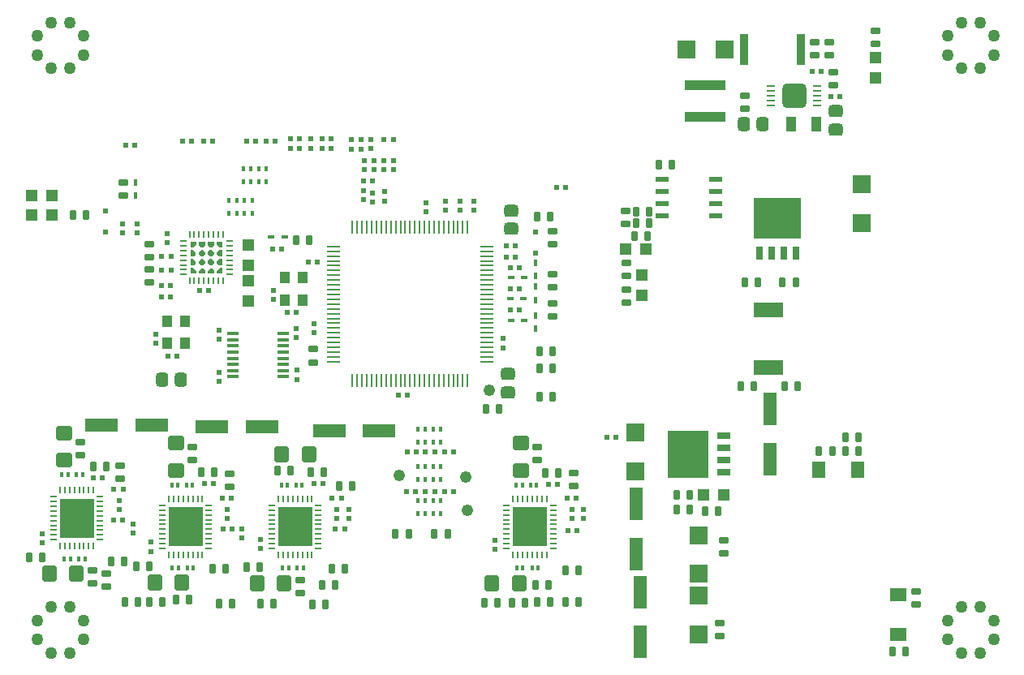
<source format=gtp>
G04 Layer_Color=8421504*
%FSLAX24Y24*%
%MOIN*%
G70*
G01*
G75*
%ADD91C,0.0500*%
G04:AMPARAMS|DCode=135|XSize=20mil|YSize=22mil|CornerRadius=3.4mil|HoleSize=0mil|Usage=FLASHONLY|Rotation=90.000|XOffset=0mil|YOffset=0mil|HoleType=Round|Shape=RoundedRectangle|*
%AMROUNDEDRECTD135*
21,1,0.0200,0.0152,0,0,90.0*
21,1,0.0132,0.0220,0,0,90.0*
1,1,0.0068,0.0076,0.0066*
1,1,0.0068,0.0076,-0.0066*
1,1,0.0068,-0.0076,-0.0066*
1,1,0.0068,-0.0076,0.0066*
%
%ADD135ROUNDEDRECTD135*%
G04:AMPARAMS|DCode=136|XSize=20mil|YSize=22mil|CornerRadius=3.4mil|HoleSize=0mil|Usage=FLASHONLY|Rotation=0.000|XOffset=0mil|YOffset=0mil|HoleType=Round|Shape=RoundedRectangle|*
%AMROUNDEDRECTD136*
21,1,0.0200,0.0152,0,0,0.0*
21,1,0.0132,0.0220,0,0,0.0*
1,1,0.0068,0.0066,-0.0076*
1,1,0.0068,-0.0066,-0.0076*
1,1,0.0068,-0.0066,0.0076*
1,1,0.0068,0.0066,0.0076*
%
%ADD136ROUNDEDRECTD136*%
%ADD137R,0.0180X0.0240*%
%ADD138R,0.0531X0.1319*%
G04:AMPARAMS|DCode=139|XSize=48mil|YSize=48mil|CornerRadius=24mil|HoleSize=0mil|Usage=FLASHONLY|Rotation=90.000|XOffset=0mil|YOffset=0mil|HoleType=Round|Shape=RoundedRectangle|*
%AMROUNDEDRECTD139*
21,1,0.0480,0.0000,0,0,90.0*
21,1,0.0000,0.0480,0,0,90.0*
1,1,0.0480,0.0000,0.0000*
1,1,0.0480,0.0000,0.0000*
1,1,0.0480,0.0000,0.0000*
1,1,0.0480,0.0000,0.0000*
%
%ADD139ROUNDEDRECTD139*%
G04:AMPARAMS|DCode=140|XSize=27.1mil|YSize=37.4mil|CornerRadius=4.8mil|HoleSize=0mil|Usage=FLASHONLY|Rotation=0.000|XOffset=0mil|YOffset=0mil|HoleType=Round|Shape=RoundedRectangle|*
%AMROUNDEDRECTD140*
21,1,0.0271,0.0277,0,0,0.0*
21,1,0.0175,0.0374,0,0,0.0*
1,1,0.0097,0.0087,-0.0139*
1,1,0.0097,-0.0087,-0.0139*
1,1,0.0097,-0.0087,0.0139*
1,1,0.0097,0.0087,0.0139*
%
%ADD140ROUNDEDRECTD140*%
G04:AMPARAMS|DCode=141|XSize=61mil|YSize=69mil|CornerRadius=14.8mil|HoleSize=0mil|Usage=FLASHONLY|Rotation=90.000|XOffset=0mil|YOffset=0mil|HoleType=Round|Shape=RoundedRectangle|*
%AMROUNDEDRECTD141*
21,1,0.0610,0.0395,0,0,90.0*
21,1,0.0315,0.0690,0,0,90.0*
1,1,0.0295,0.0198,0.0158*
1,1,0.0295,0.0198,-0.0158*
1,1,0.0295,-0.0198,-0.0158*
1,1,0.0295,-0.0198,0.0158*
%
%ADD141ROUNDEDRECTD141*%
G04:AMPARAMS|DCode=142|XSize=27.1mil|YSize=37.4mil|CornerRadius=4.8mil|HoleSize=0mil|Usage=FLASHONLY|Rotation=270.000|XOffset=0mil|YOffset=0mil|HoleType=Round|Shape=RoundedRectangle|*
%AMROUNDEDRECTD142*
21,1,0.0271,0.0277,0,0,270.0*
21,1,0.0175,0.0374,0,0,270.0*
1,1,0.0097,-0.0139,-0.0087*
1,1,0.0097,-0.0139,0.0087*
1,1,0.0097,0.0139,0.0087*
1,1,0.0097,0.0139,-0.0087*
%
%ADD142ROUNDEDRECTD142*%
%ADD143R,0.0118X0.0216*%
G04:AMPARAMS|DCode=144|XSize=61mil|YSize=69mil|CornerRadius=14.8mil|HoleSize=0mil|Usage=FLASHONLY|Rotation=180.000|XOffset=0mil|YOffset=0mil|HoleType=Round|Shape=RoundedRectangle|*
%AMROUNDEDRECTD144*
21,1,0.0610,0.0395,0,0,180.0*
21,1,0.0315,0.0690,0,0,180.0*
1,1,0.0295,-0.0158,0.0198*
1,1,0.0295,0.0158,0.0198*
1,1,0.0295,0.0158,-0.0198*
1,1,0.0295,-0.0158,-0.0198*
%
%ADD144ROUNDEDRECTD144*%
%ADD145R,0.1397X0.1594*%
%ADD146O,0.0078X0.0315*%
%ADD147O,0.0315X0.0078*%
%ADD148R,0.1319X0.0531*%
%ADD149R,0.1680X0.1950*%
%ADD150R,0.0540X0.0260*%
G04:AMPARAMS|DCode=151|XSize=50mil|YSize=58mil|CornerRadius=12mil|HoleSize=0mil|Usage=FLASHONLY|Rotation=270.000|XOffset=0mil|YOffset=0mil|HoleType=Round|Shape=RoundedRectangle|*
%AMROUNDEDRECTD151*
21,1,0.0500,0.0340,0,0,270.0*
21,1,0.0260,0.0580,0,0,270.0*
1,1,0.0240,-0.0170,-0.0130*
1,1,0.0240,-0.0170,0.0130*
1,1,0.0240,0.0170,0.0130*
1,1,0.0240,0.0170,-0.0130*
%
%ADD151ROUNDEDRECTD151*%
%ADD152R,0.0334X0.1279*%
%ADD153R,0.0220X0.0220*%
%ADD154R,0.0580X0.0100*%
%ADD155R,0.0100X0.0580*%
%ADD156R,0.0460X0.0460*%
%ADD157R,0.0460X0.0460*%
G04:AMPARAMS|DCode=158|XSize=9mil|YSize=29.5mil|CornerRadius=3.4mil|HoleSize=0mil|Usage=FLASHONLY|Rotation=180.000|XOffset=0mil|YOffset=0mil|HoleType=Round|Shape=RoundedRectangle|*
%AMROUNDEDRECTD158*
21,1,0.0090,0.0227,0,0,180.0*
21,1,0.0022,0.0295,0,0,180.0*
1,1,0.0068,-0.0011,0.0113*
1,1,0.0068,0.0011,0.0113*
1,1,0.0068,0.0011,-0.0113*
1,1,0.0068,-0.0011,-0.0113*
%
%ADD158ROUNDEDRECTD158*%
G04:AMPARAMS|DCode=159|XSize=9mil|YSize=29.5mil|CornerRadius=3.4mil|HoleSize=0mil|Usage=FLASHONLY|Rotation=270.000|XOffset=0mil|YOffset=0mil|HoleType=Round|Shape=RoundedRectangle|*
%AMROUNDEDRECTD159*
21,1,0.0090,0.0227,0,0,270.0*
21,1,0.0022,0.0295,0,0,270.0*
1,1,0.0068,-0.0113,-0.0011*
1,1,0.0068,-0.0113,0.0011*
1,1,0.0068,0.0113,0.0011*
1,1,0.0068,0.0113,-0.0011*
%
%ADD159ROUNDEDRECTD159*%
%ADD160R,0.0400X0.0500*%
%ADD161R,0.0260X0.0540*%
%ADD162R,0.1950X0.1680*%
G04:AMPARAMS|DCode=163|XSize=50mil|YSize=58mil|CornerRadius=12mil|HoleSize=0mil|Usage=FLASHONLY|Rotation=180.000|XOffset=0mil|YOffset=0mil|HoleType=Round|Shape=RoundedRectangle|*
%AMROUNDEDRECTD163*
21,1,0.0500,0.0340,0,0,180.0*
21,1,0.0260,0.0580,0,0,180.0*
1,1,0.0240,-0.0130,0.0170*
1,1,0.0240,0.0130,0.0170*
1,1,0.0240,0.0130,-0.0170*
1,1,0.0240,-0.0130,-0.0170*
%
%ADD163ROUNDEDRECTD163*%
%ADD164R,0.1240X0.0610*%
%ADD165R,0.0580X0.0220*%
%ADD166R,0.0770X0.0770*%
%ADD167R,0.0480X0.0130*%
%ADD168R,0.0260X0.0180*%
%ADD169R,0.0180X0.0260*%
%ADD170R,0.0523X0.0689*%
%ADD171R,0.0689X0.0523*%
%ADD172R,0.0413X0.0649*%
%ADD173R,0.0770X0.0770*%
%ADD174R,0.1653X0.0445*%
G04:AMPARAMS|DCode=175|XSize=103mil|YSize=103mil|CornerRadius=25.3mil|HoleSize=0mil|Usage=FLASHONLY|Rotation=180.000|XOffset=0mil|YOffset=0mil|HoleType=Round|Shape=RoundedRectangle|*
%AMROUNDEDRECTD175*
21,1,0.1030,0.0525,0,0,180.0*
21,1,0.0525,0.1030,0,0,180.0*
1,1,0.0505,-0.0263,0.0263*
1,1,0.0505,0.0263,0.0263*
1,1,0.0505,0.0263,-0.0263*
1,1,0.0505,-0.0263,-0.0263*
%
%ADD175ROUNDEDRECTD175*%
%ADD176R,0.0382X0.0098*%
G36*
X17751Y26574D02*
Y26441D01*
X17475D01*
Y26569D01*
X17574Y26667D01*
X17656D01*
X17751Y26574D01*
D02*
G37*
G36*
X18125D02*
Y26441D01*
X17849D01*
Y26569D01*
X17948Y26667D01*
X18030D01*
X18125Y26574D01*
D02*
G37*
G36*
X37279Y19899D02*
X36759D01*
Y19999D01*
X37279D01*
Y19899D01*
D02*
G37*
G36*
X17387Y26559D02*
Y26441D01*
X17141D01*
Y26687D01*
X17259D01*
X17387Y26559D01*
D02*
G37*
G36*
X18459Y26441D02*
X18213D01*
Y26559D01*
X18341Y26687D01*
X18459D01*
Y26441D01*
D02*
G37*
G36*
Y26775D02*
X18331D01*
X18233Y26874D01*
Y26962D01*
X18322Y27051D01*
X18459D01*
Y26775D01*
D02*
G37*
G36*
X17741Y26962D02*
Y26864D01*
X17662Y26785D01*
X17564D01*
X17475Y26874D01*
Y26952D01*
X17574Y27051D01*
X17652D01*
X17741Y26962D01*
D02*
G37*
G36*
X17367Y26952D02*
Y26870D01*
X17274Y26775D01*
X17141D01*
Y27051D01*
X17269D01*
X17367Y26952D01*
D02*
G37*
G36*
X18125Y26952D02*
Y26874D01*
X18026Y26775D01*
X17948D01*
X17859Y26864D01*
Y26962D01*
X17938Y27041D01*
X18036D01*
X18125Y26952D01*
D02*
G37*
G36*
X38417Y18435D02*
X38326D01*
Y18533D01*
X38369Y18577D01*
X38417D01*
Y18435D01*
D02*
G37*
G36*
X37039Y18915D02*
Y18766D01*
X36999Y18726D01*
X36759D01*
Y18951D01*
X37009D01*
X37039Y18915D01*
D02*
G37*
G36*
X37279Y18069D02*
X36759D01*
Y18179D01*
X37279D01*
Y18069D01*
D02*
G37*
G36*
X37039Y18537D02*
Y18388D01*
X36999Y18348D01*
X36759D01*
Y18573D01*
X37009D01*
X37039Y18537D01*
D02*
G37*
G36*
X38417Y18738D02*
X38366D01*
X38330Y18773D01*
Y18915D01*
X38366Y18951D01*
X38417D01*
Y18738D01*
D02*
G37*
G36*
X37039Y19669D02*
Y19519D01*
X36999Y19479D01*
X36759D01*
Y19699D01*
X36999D01*
X37039Y19669D01*
D02*
G37*
G36*
X38417Y19499D02*
X38369D01*
X38326Y19539D01*
Y19629D01*
X38417D01*
Y19499D01*
D02*
G37*
G36*
X37039Y19289D02*
Y19149D01*
X36999Y19109D01*
X36759D01*
Y19329D01*
X36999D01*
X37039Y19289D01*
D02*
G37*
G36*
X38417Y19119D02*
X38366D01*
X38330Y19159D01*
Y19299D01*
X38366Y19329D01*
X38417D01*
Y19119D01*
D02*
G37*
G36*
X41861Y27900D02*
X41731D01*
Y27947D01*
X41771Y27990D01*
X41861D01*
Y27900D01*
D02*
G37*
G36*
X40411Y29038D02*
X40301D01*
Y29558D01*
X40411D01*
Y29038D01*
D02*
G37*
G36*
X41183Y27951D02*
Y27900D01*
X40970D01*
Y27951D01*
X41005Y27986D01*
X41147D01*
X41183Y27951D01*
D02*
G37*
G36*
X41561D02*
Y27900D01*
X41351D01*
Y27951D01*
X41391Y27986D01*
X41531D01*
X41561Y27951D01*
D02*
G37*
G36*
X42231Y29038D02*
X42131D01*
Y29558D01*
X42231D01*
Y29038D01*
D02*
G37*
G36*
X41561Y29318D02*
X41521Y29278D01*
X41381D01*
X41341Y29318D01*
Y29558D01*
X41561D01*
Y29318D01*
D02*
G37*
G36*
X41931D02*
X41901Y29278D01*
X41751D01*
X41711Y29318D01*
Y29558D01*
X41931D01*
Y29318D01*
D02*
G37*
G36*
X40805Y29308D02*
X40769Y29278D01*
X40620D01*
X40580Y29318D01*
Y29558D01*
X40805D01*
Y29308D01*
D02*
G37*
G36*
X41183D02*
X41147Y29278D01*
X40998D01*
X40958Y29318D01*
Y29558D01*
X41183D01*
Y29308D01*
D02*
G37*
G36*
X18459Y27149D02*
X18331D01*
X18233Y27248D01*
Y27330D01*
X18326Y27425D01*
X18459D01*
Y27149D01*
D02*
G37*
G36*
X17741Y27336D02*
Y27238D01*
X17662Y27159D01*
X17564D01*
X17475Y27248D01*
Y27326D01*
X17574Y27425D01*
X17652D01*
X17741Y27336D01*
D02*
G37*
G36*
X17367Y27326D02*
Y27238D01*
X17278Y27149D01*
X17141D01*
Y27425D01*
X17269D01*
X17367Y27326D01*
D02*
G37*
G36*
X18125Y27326D02*
Y27248D01*
X18026Y27149D01*
X17948D01*
X17859Y27238D01*
Y27336D01*
X17938Y27415D01*
X18036D01*
X18125Y27326D01*
D02*
G37*
G36*
X17387Y27641D02*
X17259Y27513D01*
X17141D01*
Y27759D01*
X17387D01*
Y27641D01*
D02*
G37*
G36*
X18125Y27631D02*
X18026Y27533D01*
X17944D01*
X17849Y27626D01*
Y27759D01*
X18125D01*
Y27631D01*
D02*
G37*
G36*
X40809Y27947D02*
Y27900D01*
X40667D01*
Y27990D01*
X40765D01*
X40809Y27947D01*
D02*
G37*
G36*
X18459Y27513D02*
X18341D01*
X18213Y27641D01*
Y27759D01*
X18459D01*
Y27513D01*
D02*
G37*
G36*
X17751Y27631D02*
X17652Y27533D01*
X17570D01*
X17475Y27626D01*
Y27759D01*
X17751D01*
Y27631D01*
D02*
G37*
D91*
X49606Y10866D02*
D03*
X48819D02*
D03*
X48268Y11417D02*
D03*
Y12205D02*
D03*
X48819Y12756D02*
D03*
X49606D02*
D03*
X50157Y12205D02*
D03*
Y11417D02*
D03*
X12205Y10866D02*
D03*
X11417D02*
D03*
X10866Y11417D02*
D03*
Y12205D02*
D03*
X11417Y12756D02*
D03*
X12205D02*
D03*
X12756Y12205D02*
D03*
Y11417D02*
D03*
X12205Y34882D02*
D03*
X11417D02*
D03*
X10866Y35433D02*
D03*
Y36220D02*
D03*
X11417Y36772D02*
D03*
X12205D02*
D03*
X12756Y36220D02*
D03*
Y35433D02*
D03*
X49606Y34882D02*
D03*
X48819D02*
D03*
X48268Y35433D02*
D03*
Y36220D02*
D03*
X48819Y36772D02*
D03*
X49606D02*
D03*
X50157Y36220D02*
D03*
Y35433D02*
D03*
D135*
X25490Y30723D02*
D03*
Y31100D02*
D03*
X25090Y31097D02*
D03*
Y30720D02*
D03*
X24690Y31097D02*
D03*
Y30720D02*
D03*
X24280Y31099D02*
D03*
Y30720D02*
D03*
X24570Y31957D02*
D03*
Y31580D02*
D03*
X22080Y31601D02*
D03*
Y31980D02*
D03*
X25120Y29807D02*
D03*
Y29430D02*
D03*
X24630Y29767D02*
D03*
Y29390D02*
D03*
X24240Y29869D02*
D03*
Y29490D02*
D03*
X28780Y29427D02*
D03*
Y29050D02*
D03*
X28210Y29427D02*
D03*
Y29050D02*
D03*
X27630Y29417D02*
D03*
Y29040D02*
D03*
X33300Y16391D02*
D03*
Y16770D02*
D03*
X32820Y16767D02*
D03*
Y16390D02*
D03*
X29670Y15123D02*
D03*
Y15500D02*
D03*
X23170Y16767D02*
D03*
Y16390D02*
D03*
X23650Y16391D02*
D03*
Y16770D02*
D03*
X20030Y15143D02*
D03*
Y15520D02*
D03*
X19250Y15591D02*
D03*
Y15970D02*
D03*
X18670Y16390D02*
D03*
Y16767D02*
D03*
X14210Y17137D02*
D03*
Y16760D02*
D03*
X30000Y23396D02*
D03*
Y23773D02*
D03*
X22215Y24006D02*
D03*
Y24383D02*
D03*
X16200Y27713D02*
D03*
Y28090D02*
D03*
X15718Y23967D02*
D03*
Y23590D02*
D03*
X20561Y25768D02*
D03*
Y25391D02*
D03*
X26811Y28992D02*
D03*
Y29369D02*
D03*
X14945Y28489D02*
D03*
Y28110D02*
D03*
X18337Y22028D02*
D03*
Y22405D02*
D03*
X21516Y22096D02*
D03*
Y22473D02*
D03*
X21506Y24183D02*
D03*
Y23806D02*
D03*
X18327Y24124D02*
D03*
Y23747D02*
D03*
X14345Y28113D02*
D03*
Y28490D02*
D03*
X11060Y15373D02*
D03*
Y15750D02*
D03*
X15520Y15410D02*
D03*
Y15033D02*
D03*
X14780Y15781D02*
D03*
Y16160D02*
D03*
D136*
X25103Y31970D02*
D03*
X25480D02*
D03*
X23763Y31570D02*
D03*
X24140D02*
D03*
X23763Y31970D02*
D03*
X24140D02*
D03*
X22927Y31580D02*
D03*
X22550D02*
D03*
X22927Y31980D02*
D03*
X22550D02*
D03*
X21617Y31600D02*
D03*
X21240D02*
D03*
X21617Y31990D02*
D03*
X21240D02*
D03*
X20240Y31900D02*
D03*
X20617D02*
D03*
X19450D02*
D03*
X19827D02*
D03*
X17683Y31890D02*
D03*
X18060D02*
D03*
X16823D02*
D03*
X17200D02*
D03*
X14483Y31720D02*
D03*
X14860D02*
D03*
X24627Y30260D02*
D03*
X24250D02*
D03*
X32227Y17800D02*
D03*
X31850D02*
D03*
X32623Y17230D02*
D03*
X33000D02*
D03*
X33037Y15900D02*
D03*
X32660D02*
D03*
X22597Y17810D02*
D03*
X22220D02*
D03*
X22973Y17230D02*
D03*
X23350D02*
D03*
X23477Y15940D02*
D03*
X23100D02*
D03*
X18480D02*
D03*
X18857D02*
D03*
X18834Y17220D02*
D03*
X18457D02*
D03*
X17720Y17810D02*
D03*
X18097D02*
D03*
X13517Y18060D02*
D03*
X13140D02*
D03*
X14003Y17600D02*
D03*
X14380D02*
D03*
X30128Y27106D02*
D03*
X30505D02*
D03*
X22372Y26909D02*
D03*
X21995D02*
D03*
X25679Y21468D02*
D03*
X26056D02*
D03*
X20896Y27441D02*
D03*
X20519D02*
D03*
X16337Y25500D02*
D03*
X15960D02*
D03*
X16337Y25950D02*
D03*
X15960D02*
D03*
X16585Y23071D02*
D03*
X16208D02*
D03*
X17904Y25758D02*
D03*
X17527D02*
D03*
X21486Y24872D02*
D03*
X21109D02*
D03*
X30285Y26693D02*
D03*
X30662D02*
D03*
X30285Y25827D02*
D03*
X30662D02*
D03*
X15961Y26600D02*
D03*
X16340D02*
D03*
X15961Y27150D02*
D03*
X16340D02*
D03*
X30128Y27598D02*
D03*
X30505D02*
D03*
X27577Y19128D02*
D03*
X27954D02*
D03*
X27577Y17495D02*
D03*
X27954D02*
D03*
X27174Y19138D02*
D03*
X26797D02*
D03*
X27174Y17504D02*
D03*
X26797D02*
D03*
X26426Y19138D02*
D03*
X26049D02*
D03*
X26396Y17504D02*
D03*
X26019D02*
D03*
X30285Y24961D02*
D03*
X30662D02*
D03*
X43067Y34760D02*
D03*
X42690D02*
D03*
X43451Y33710D02*
D03*
X43830D02*
D03*
X32183Y30000D02*
D03*
X32560D02*
D03*
X14367Y16310D02*
D03*
X13990D02*
D03*
X34630Y19720D02*
D03*
X34253D02*
D03*
D137*
X19318Y30760D02*
D03*
X19633D02*
D03*
X19950D02*
D03*
X20270D02*
D03*
Y30224D02*
D03*
X19950D02*
D03*
X19633D02*
D03*
X19318D02*
D03*
X19675Y29459D02*
D03*
X19360D02*
D03*
X19043D02*
D03*
X18723D02*
D03*
Y28923D02*
D03*
X19043D02*
D03*
X19360D02*
D03*
X19675D02*
D03*
X27430Y20063D02*
D03*
X27115D02*
D03*
X26797D02*
D03*
X26477D02*
D03*
Y19528D02*
D03*
X26797D02*
D03*
X27115D02*
D03*
X27430D02*
D03*
Y18508D02*
D03*
X27115D02*
D03*
X26797D02*
D03*
X26477D02*
D03*
Y17973D02*
D03*
X26797D02*
D03*
X27115D02*
D03*
X27430D02*
D03*
Y17111D02*
D03*
X27115D02*
D03*
X26797D02*
D03*
X26477D02*
D03*
Y16575D02*
D03*
X26797D02*
D03*
X27115D02*
D03*
X27430D02*
D03*
D138*
X40950Y18836D02*
D03*
Y20884D02*
D03*
X35440Y14936D02*
D03*
Y16984D02*
D03*
X35630Y11316D02*
D03*
Y13364D02*
D03*
D139*
X29410Y21650D02*
D03*
X25707Y18154D02*
D03*
X28510Y16710D02*
D03*
X28440Y18080D02*
D03*
D140*
X29282Y20890D02*
D03*
X29818D02*
D03*
X32258Y18270D02*
D03*
X31722D02*
D03*
X33098Y14250D02*
D03*
X32562D02*
D03*
X31858Y13640D02*
D03*
X31322D02*
D03*
X31392Y12940D02*
D03*
X31928D02*
D03*
X30362Y12910D02*
D03*
X30898D02*
D03*
X32552Y12940D02*
D03*
X33088D02*
D03*
X29232Y12910D02*
D03*
X29768D02*
D03*
X26108Y15740D02*
D03*
X25572D02*
D03*
X27172Y15760D02*
D03*
X27708D02*
D03*
X22628Y18280D02*
D03*
X22092D02*
D03*
X21248Y18350D02*
D03*
X20712D02*
D03*
X23252Y17710D02*
D03*
X23788D02*
D03*
X23498Y14320D02*
D03*
X22962D02*
D03*
X22552Y13660D02*
D03*
X23088D02*
D03*
X22142Y12860D02*
D03*
X22678D02*
D03*
X20548Y12900D02*
D03*
X20012D02*
D03*
X19978Y14390D02*
D03*
X19442D02*
D03*
X18138Y18280D02*
D03*
X17602D02*
D03*
X18578Y14310D02*
D03*
X18042D02*
D03*
X18312Y12890D02*
D03*
X18848D02*
D03*
X16542Y13040D02*
D03*
X17078D02*
D03*
X15988Y12940D02*
D03*
X15452D02*
D03*
X13678Y18530D02*
D03*
X13142D02*
D03*
X14980Y12940D02*
D03*
X14445D02*
D03*
X11068Y14790D02*
D03*
X10532D02*
D03*
X12848Y28850D02*
D03*
X12312D02*
D03*
X32030Y23258D02*
D03*
X31494D02*
D03*
X38838Y16690D02*
D03*
X38302D02*
D03*
X37132Y17350D02*
D03*
X37668D02*
D03*
X37132Y16750D02*
D03*
X37668D02*
D03*
X22039Y27835D02*
D03*
X21504D02*
D03*
X41472Y26100D02*
D03*
X42008D02*
D03*
X40458Y26100D02*
D03*
X39922D02*
D03*
X41542Y21810D02*
D03*
X42078D02*
D03*
X35461Y28996D02*
D03*
X35996D02*
D03*
X31386Y28780D02*
D03*
X31921D02*
D03*
X32030Y22559D02*
D03*
X31494D02*
D03*
Y21378D02*
D03*
X32030D02*
D03*
X35461Y28524D02*
D03*
X35996D02*
D03*
X35917Y28002D02*
D03*
X35382D02*
D03*
X36376Y30925D02*
D03*
X36911D02*
D03*
X45982Y10910D02*
D03*
X46518D02*
D03*
X44578Y19160D02*
D03*
X44042D02*
D03*
X42972D02*
D03*
X43508D02*
D03*
X44042Y19720D02*
D03*
X44578D02*
D03*
X40288Y21810D02*
D03*
X39752D02*
D03*
X14438Y14630D02*
D03*
X13902D02*
D03*
X15468Y14410D02*
D03*
X14932D02*
D03*
D141*
X30720Y18360D02*
D03*
Y19480D02*
D03*
X16550Y18360D02*
D03*
Y19480D02*
D03*
X11950Y18780D02*
D03*
Y19900D02*
D03*
D142*
X31390Y19338D02*
D03*
Y18802D02*
D03*
X32880Y17732D02*
D03*
Y18268D02*
D03*
X17230Y19328D02*
D03*
Y18792D02*
D03*
X21660Y13332D02*
D03*
Y13868D02*
D03*
X18760Y17692D02*
D03*
Y18228D02*
D03*
X14270Y18032D02*
D03*
Y18568D02*
D03*
X12630Y19518D02*
D03*
Y18982D02*
D03*
X15450Y26082D02*
D03*
Y26618D02*
D03*
X15450Y27668D02*
D03*
Y27132D02*
D03*
X32008Y27646D02*
D03*
Y28181D02*
D03*
X14390Y29663D02*
D03*
Y30199D02*
D03*
X45290Y35882D02*
D03*
Y36418D02*
D03*
X39044Y15485D02*
D03*
Y14949D02*
D03*
X35069Y26882D02*
D03*
Y26346D02*
D03*
X35020Y29037D02*
D03*
Y28502D02*
D03*
X22205Y22803D02*
D03*
Y23339D02*
D03*
X32008Y25874D02*
D03*
Y26409D02*
D03*
Y24693D02*
D03*
Y25228D02*
D03*
X35059Y25254D02*
D03*
Y25789D02*
D03*
X38890Y11562D02*
D03*
Y12098D02*
D03*
X39930Y33222D02*
D03*
Y33758D02*
D03*
X43540Y34192D02*
D03*
Y34728D02*
D03*
X42805Y35969D02*
D03*
Y35434D02*
D03*
X43376D02*
D03*
Y35969D02*
D03*
X46950Y13388D02*
D03*
Y12852D02*
D03*
X13130Y13722D02*
D03*
Y14258D02*
D03*
X13700Y14118D02*
D03*
Y13582D02*
D03*
D143*
X31368Y17750D02*
D03*
X31112D02*
D03*
X30522D02*
D03*
X30778D02*
D03*
X31438Y14340D02*
D03*
X31182D02*
D03*
X30542D02*
D03*
X30798D02*
D03*
X21738Y17760D02*
D03*
X21482D02*
D03*
X20882D02*
D03*
X21138D02*
D03*
X21788Y14350D02*
D03*
X21532D02*
D03*
X20922D02*
D03*
X21178D02*
D03*
X17238Y17760D02*
D03*
X16982D02*
D03*
X16382D02*
D03*
X16638D02*
D03*
X17268Y14360D02*
D03*
X17012D02*
D03*
X16402D02*
D03*
X16658D02*
D03*
X12718Y18180D02*
D03*
X12462D02*
D03*
X11852D02*
D03*
X12108D02*
D03*
X11952Y14720D02*
D03*
X12208D02*
D03*
X12818D02*
D03*
X12562D02*
D03*
D144*
X30650Y13720D02*
D03*
X29530D02*
D03*
X21000Y13710D02*
D03*
X19880D02*
D03*
X16800Y13750D02*
D03*
X15680D02*
D03*
X20890Y19020D02*
D03*
X22010D02*
D03*
X12460Y14110D02*
D03*
X11340D02*
D03*
D145*
X31090Y16041D02*
D03*
X21450D02*
D03*
X16950D02*
D03*
X12476Y16401D02*
D03*
D146*
X30401Y17192D02*
D03*
X30598D02*
D03*
X30795D02*
D03*
X30992D02*
D03*
X31188D02*
D03*
X31385D02*
D03*
X31582D02*
D03*
X31779D02*
D03*
Y14889D02*
D03*
X31582D02*
D03*
X31385D02*
D03*
X31188D02*
D03*
X30992D02*
D03*
X30795D02*
D03*
X30598D02*
D03*
X30401D02*
D03*
X20761Y17192D02*
D03*
X20958D02*
D03*
X21155D02*
D03*
X21352D02*
D03*
X21548D02*
D03*
X21745D02*
D03*
X21942D02*
D03*
X22139D02*
D03*
Y14889D02*
D03*
X21942D02*
D03*
X21745D02*
D03*
X21548D02*
D03*
X21352D02*
D03*
X21155D02*
D03*
X20958D02*
D03*
X20761D02*
D03*
X16261D02*
D03*
X16458D02*
D03*
X16655D02*
D03*
X16852D02*
D03*
X17048D02*
D03*
X17245D02*
D03*
X17442D02*
D03*
X17639D02*
D03*
Y17192D02*
D03*
X17442D02*
D03*
X17245D02*
D03*
X17048D02*
D03*
X16852D02*
D03*
X16655D02*
D03*
X16458D02*
D03*
X16261D02*
D03*
X11787Y17552D02*
D03*
X11984D02*
D03*
X12181D02*
D03*
X12378D02*
D03*
X12575D02*
D03*
X12772D02*
D03*
X12968D02*
D03*
X13165D02*
D03*
Y15249D02*
D03*
X12968D02*
D03*
X12772D02*
D03*
X12575D02*
D03*
X12378D02*
D03*
X12181D02*
D03*
X11984D02*
D03*
X11787D02*
D03*
D147*
X32045Y16926D02*
D03*
Y16730D02*
D03*
Y16533D02*
D03*
Y16336D02*
D03*
Y16139D02*
D03*
Y15942D02*
D03*
Y15745D02*
D03*
Y15548D02*
D03*
Y15352D02*
D03*
Y15155D02*
D03*
X30135D02*
D03*
Y15352D02*
D03*
Y15548D02*
D03*
Y15745D02*
D03*
Y15942D02*
D03*
Y16139D02*
D03*
Y16336D02*
D03*
Y16533D02*
D03*
Y16730D02*
D03*
Y16926D02*
D03*
X22405D02*
D03*
Y16730D02*
D03*
Y16533D02*
D03*
Y16336D02*
D03*
Y16139D02*
D03*
Y15942D02*
D03*
Y15745D02*
D03*
Y15548D02*
D03*
Y15352D02*
D03*
Y15155D02*
D03*
X20495D02*
D03*
Y15352D02*
D03*
Y15548D02*
D03*
Y15745D02*
D03*
Y15942D02*
D03*
Y16139D02*
D03*
Y16336D02*
D03*
Y16533D02*
D03*
Y16730D02*
D03*
Y16926D02*
D03*
X15995D02*
D03*
Y16730D02*
D03*
Y16533D02*
D03*
Y16336D02*
D03*
Y16139D02*
D03*
Y15942D02*
D03*
Y15745D02*
D03*
Y15548D02*
D03*
Y15352D02*
D03*
Y15155D02*
D03*
X17905D02*
D03*
Y15352D02*
D03*
Y15548D02*
D03*
Y15745D02*
D03*
Y15942D02*
D03*
Y16139D02*
D03*
Y16336D02*
D03*
Y16533D02*
D03*
Y16730D02*
D03*
Y16926D02*
D03*
X13431Y17286D02*
D03*
Y17090D02*
D03*
Y16893D02*
D03*
Y16696D02*
D03*
Y16499D02*
D03*
Y16302D02*
D03*
Y16105D02*
D03*
Y15908D02*
D03*
Y15712D02*
D03*
Y15515D02*
D03*
X11522D02*
D03*
Y15712D02*
D03*
Y15908D02*
D03*
Y16105D02*
D03*
Y16302D02*
D03*
Y16499D02*
D03*
Y16696D02*
D03*
Y16893D02*
D03*
Y17090D02*
D03*
Y17286D02*
D03*
D148*
X20074Y20160D02*
D03*
X18026D02*
D03*
X24894Y19990D02*
D03*
X22846D02*
D03*
X15554Y20210D02*
D03*
X13506D02*
D03*
D149*
X37599Y19029D02*
D03*
D150*
X39043Y19779D02*
D03*
Y19279D02*
D03*
Y18779D02*
D03*
Y18279D02*
D03*
D151*
X30190Y22324D02*
D03*
Y21570D02*
D03*
X30315Y28281D02*
D03*
Y29035D02*
D03*
X43650Y32360D02*
D03*
Y33114D02*
D03*
D152*
X42211Y35650D02*
D03*
X39889D02*
D03*
D153*
X13642Y29026D02*
D03*
Y28153D02*
D03*
X31339Y27283D02*
D03*
Y28157D02*
D03*
D154*
X29318Y27562D02*
D03*
Y27365D02*
D03*
Y27169D02*
D03*
Y26972D02*
D03*
Y26775D02*
D03*
Y26578D02*
D03*
Y26381D02*
D03*
Y26184D02*
D03*
Y25987D02*
D03*
Y25791D02*
D03*
Y25594D02*
D03*
Y25397D02*
D03*
Y25200D02*
D03*
Y25000D02*
D03*
Y24800D02*
D03*
Y24600D02*
D03*
Y24410D02*
D03*
Y24210D02*
D03*
Y24010D02*
D03*
Y23820D02*
D03*
Y23620D02*
D03*
Y23420D02*
D03*
Y23230D02*
D03*
Y23030D02*
D03*
Y22830D02*
D03*
X23018D02*
D03*
Y23030D02*
D03*
Y23230D02*
D03*
Y23420D02*
D03*
Y23620D02*
D03*
Y23820D02*
D03*
Y24010D02*
D03*
Y24210D02*
D03*
Y24410D02*
D03*
Y24600D02*
D03*
Y24800D02*
D03*
Y25000D02*
D03*
Y25200D02*
D03*
Y25397D02*
D03*
Y25594D02*
D03*
Y25791D02*
D03*
Y25987D02*
D03*
Y26184D02*
D03*
Y26381D02*
D03*
Y26578D02*
D03*
Y26775D02*
D03*
Y26972D02*
D03*
Y27169D02*
D03*
Y27365D02*
D03*
Y27562D02*
D03*
D155*
X28538Y22050D02*
D03*
X28338D02*
D03*
X28138D02*
D03*
X27948D02*
D03*
X27748D02*
D03*
X27548D02*
D03*
X27358D02*
D03*
X27158D02*
D03*
X26958D02*
D03*
X26768D02*
D03*
X26568D02*
D03*
X26368D02*
D03*
X26168D02*
D03*
X25971D02*
D03*
X25774D02*
D03*
X25577D02*
D03*
X25380D02*
D03*
X25184D02*
D03*
X24987D02*
D03*
X24790D02*
D03*
X24593D02*
D03*
X24396D02*
D03*
X24199D02*
D03*
X24003D02*
D03*
X23806D02*
D03*
Y28350D02*
D03*
X24003D02*
D03*
X24199D02*
D03*
X24396D02*
D03*
X24593D02*
D03*
X24790D02*
D03*
X24987D02*
D03*
X25184D02*
D03*
X25380D02*
D03*
X25577D02*
D03*
X25774D02*
D03*
X25971D02*
D03*
X26168D02*
D03*
X26368D02*
D03*
X26568D02*
D03*
X26768D02*
D03*
X26958D02*
D03*
X27158D02*
D03*
X27358D02*
D03*
X27548D02*
D03*
X27748D02*
D03*
X27948D02*
D03*
X28138D02*
D03*
X28338D02*
D03*
X28538D02*
D03*
D156*
X10630Y28850D02*
D03*
X11463D02*
D03*
X10630Y29650D02*
D03*
X11463D02*
D03*
X38220Y17350D02*
D03*
X39053D02*
D03*
X35863Y27451D02*
D03*
X35030D02*
D03*
D157*
X19518Y26158D02*
D03*
Y25325D02*
D03*
X19528Y26775D02*
D03*
Y27608D02*
D03*
X45290Y34480D02*
D03*
Y35313D02*
D03*
X35699Y26394D02*
D03*
Y25561D02*
D03*
D158*
X17110Y26155D02*
D03*
X17300D02*
D03*
X17500D02*
D03*
X17700D02*
D03*
X17898D02*
D03*
X18095D02*
D03*
X18292D02*
D03*
X18489D02*
D03*
Y28050D02*
D03*
X18292D02*
D03*
X18095D02*
D03*
X17898D02*
D03*
X17700D02*
D03*
X17500D02*
D03*
X17300D02*
D03*
X17110D02*
D03*
D159*
X18745Y26411D02*
D03*
Y26608D02*
D03*
Y26805D02*
D03*
Y27002D02*
D03*
Y27200D02*
D03*
Y27400D02*
D03*
Y27600D02*
D03*
Y27790D02*
D03*
X16850D02*
D03*
Y27600D02*
D03*
Y27400D02*
D03*
Y27200D02*
D03*
Y27002D02*
D03*
Y26805D02*
D03*
Y26608D02*
D03*
Y26411D02*
D03*
D160*
X16175Y24494D02*
D03*
Y23581D02*
D03*
X16910D02*
D03*
Y24494D02*
D03*
X21766Y25367D02*
D03*
Y26280D02*
D03*
X21031D02*
D03*
Y25367D02*
D03*
D161*
X40511Y27274D02*
D03*
X41011D02*
D03*
X41511D02*
D03*
X42011D02*
D03*
D162*
X41261Y28718D02*
D03*
D163*
X15998Y22096D02*
D03*
X16752D02*
D03*
X40660Y32600D02*
D03*
X39906D02*
D03*
D164*
X40893Y22581D02*
D03*
Y24952D02*
D03*
D165*
X38708Y28807D02*
D03*
Y29307D02*
D03*
Y30307D02*
D03*
X36535Y28807D02*
D03*
Y29307D02*
D03*
Y30307D02*
D03*
X38708Y29807D02*
D03*
X36535D02*
D03*
D166*
X35430Y18333D02*
D03*
Y19910D02*
D03*
X44710Y28533D02*
D03*
Y30110D02*
D03*
X38008Y11634D02*
D03*
Y13212D02*
D03*
X38019Y15695D02*
D03*
Y14118D02*
D03*
D167*
X20951Y23975D02*
D03*
Y23725D02*
D03*
X18898Y22220D02*
D03*
X20951Y22470D02*
D03*
X18898D02*
D03*
Y22970D02*
D03*
X20951Y22220D02*
D03*
X18898Y22720D02*
D03*
X20951D02*
D03*
X20951Y22970D02*
D03*
X20951Y23475D02*
D03*
X18898Y23225D02*
D03*
Y23475D02*
D03*
Y23975D02*
D03*
X20951Y23225D02*
D03*
X18898Y23725D02*
D03*
D168*
X30315Y26299D02*
D03*
X30866D02*
D03*
X30285Y25433D02*
D03*
X30837D02*
D03*
X21024Y27953D02*
D03*
X20472D02*
D03*
X30315Y24528D02*
D03*
X30866D02*
D03*
D169*
X31339Y26890D02*
D03*
Y26339D02*
D03*
Y25354D02*
D03*
Y25906D02*
D03*
X14892Y30197D02*
D03*
Y29646D02*
D03*
X31339Y24724D02*
D03*
Y24173D02*
D03*
D170*
X42949Y18380D02*
D03*
X44571D02*
D03*
D171*
X46210Y11619D02*
D03*
Y13241D02*
D03*
D172*
X41828Y32590D02*
D03*
X42872D02*
D03*
D173*
X37513Y35650D02*
D03*
X39090D02*
D03*
D174*
X38300Y34202D02*
D03*
Y32898D02*
D03*
D175*
X41947Y33766D02*
D03*
D176*
X41002Y34159D02*
D03*
Y33963D02*
D03*
Y33766D02*
D03*
Y33569D02*
D03*
Y33372D02*
D03*
X42892Y34159D02*
D03*
Y33963D02*
D03*
Y33766D02*
D03*
Y33569D02*
D03*
Y33372D02*
D03*
M02*

</source>
